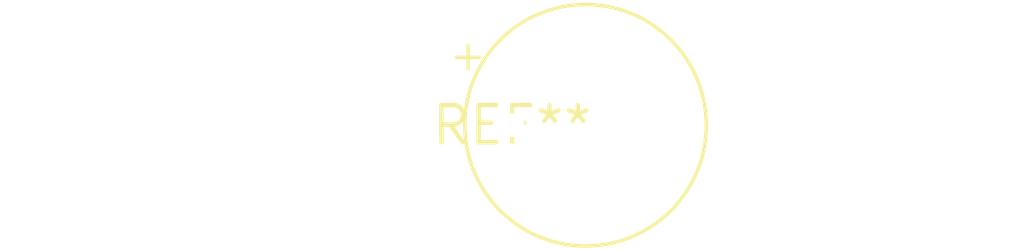
<source format=kicad_pcb>
(kicad_pcb (version 20240108) (generator pcbnew)
  (layers (0 "F.Cu" signal) (31 "B.Cu" signal) (34 "B.Paste" user) (35 "F.Paste" user) (36 "B.SilkS" user "B.Silkscreen") (37 "F.SilkS" user "F.Silkscreen") (38 "B.Mask" user) (39 "F.Mask" user) (44 "Edge.Cuts" user))
  (net 0 "")
  (footprint "CP_Radial_Tantal_D8.0mm_P5.00mm" (layer "F.Cu") (at 0 0)
    (property "Reference" "REF**")
    (property "Value" "CP_Radial_Tantal_D8.0mm_P5.00mm")
    (fp_line (start -1.909698 -2.315) (end -1.109698 -2.315) (layer "F.SilkS") (stroke (width 0.12)))
    (fp_line (start -1.509698 -2.715) (end -1.509698 -1.915) (layer "F.SilkS") (stroke (width 0.12)))
    (fp_circle (center 2.5 0) (end 6.62 0) (layer "F.SilkS") (stroke (width 0.12)) (fill none))
    (pad "1" thru_hole rect (at 0 0) (size 1.6 1.6) (drill 0.8) (layers *.Cu *.Mask) (remove_unused_layers))
    (pad "2" thru_hole circle (at 5 0) (size 1.6 1.6) (drill 0.8) (layers *.Cu *.Mask) (remove_unused_layers))
  )
)
</source>
